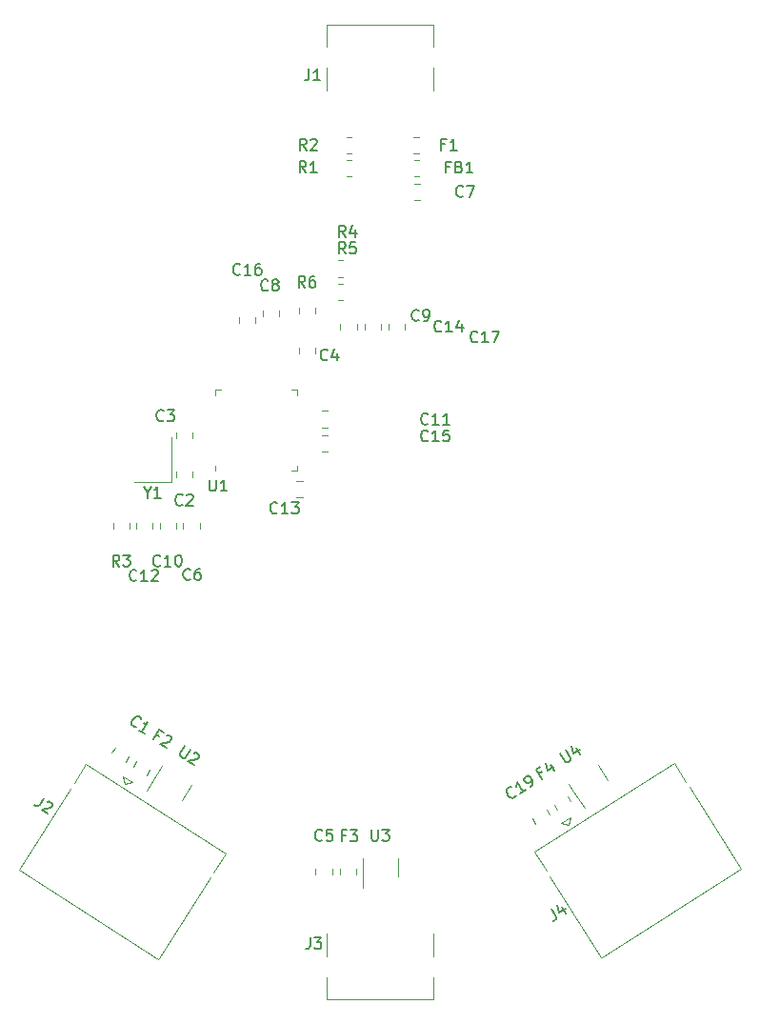
<source format=gbr>
%TF.GenerationSoftware,KiCad,Pcbnew,(6.0.8)*%
%TF.CreationDate,2022-12-04T22:26:40-08:00*%
%TF.ProjectId,Anduril USB Hub,416e6475-7269-46c2-9055-534220487562,rev?*%
%TF.SameCoordinates,Original*%
%TF.FileFunction,Legend,Top*%
%TF.FilePolarity,Positive*%
%FSLAX46Y46*%
G04 Gerber Fmt 4.6, Leading zero omitted, Abs format (unit mm)*
G04 Created by KiCad (PCBNEW (6.0.8)) date 2022-12-04 22:26:40*
%MOMM*%
%LPD*%
G01*
G04 APERTURE LIST*
%ADD10C,0.150000*%
%ADD11C,0.120000*%
G04 APERTURE END LIST*
D10*
%TO.C,C19*%
X124474712Y-98171618D02*
X124460136Y-98237365D01*
X124365237Y-98354283D01*
X124284914Y-98405455D01*
X124138844Y-98442050D01*
X124007350Y-98412899D01*
X123916017Y-98358161D01*
X123773513Y-98223101D01*
X123696756Y-98102617D01*
X123634574Y-97916385D01*
X123623564Y-97810476D01*
X123652716Y-97678982D01*
X123747615Y-97562063D01*
X123827938Y-97510892D01*
X123974008Y-97474296D01*
X124039755Y-97488872D01*
X125329113Y-97740227D02*
X124847175Y-98047255D01*
X125088144Y-97893741D02*
X124550845Y-97050349D01*
X124547279Y-97222005D01*
X124518127Y-97353500D01*
X124463390Y-97444833D01*
X125730728Y-97484370D02*
X125891374Y-97382027D01*
X125946112Y-97290694D01*
X125960687Y-97224947D01*
X125964253Y-97053291D01*
X125902072Y-96867059D01*
X125697386Y-96545767D01*
X125606054Y-96491030D01*
X125540306Y-96476454D01*
X125434398Y-96487464D01*
X125273752Y-96589807D01*
X125219014Y-96681140D01*
X125204439Y-96746887D01*
X125215448Y-96852796D01*
X125343377Y-97053603D01*
X125434710Y-97108340D01*
X125500457Y-97122916D01*
X125606366Y-97111906D01*
X125767012Y-97009564D01*
X125821749Y-96918231D01*
X125836325Y-96852484D01*
X125825315Y-96746575D01*
%TO.C,J4*%
X127624634Y-108317242D02*
X128008419Y-108919665D01*
X128045015Y-109065735D01*
X128015863Y-109197229D01*
X127920964Y-109314148D01*
X127840641Y-109365319D01*
X128566802Y-108112244D02*
X128925002Y-108674505D01*
X128161309Y-107918881D02*
X128344287Y-108649232D01*
X128866386Y-108316618D01*
%TO.C,C6*%
X95521675Y-78963521D02*
X95474056Y-79011140D01*
X95331199Y-79058759D01*
X95235961Y-79058759D01*
X95093103Y-79011140D01*
X94997865Y-78915902D01*
X94950246Y-78820664D01*
X94902627Y-78630188D01*
X94902627Y-78487331D01*
X94950246Y-78296855D01*
X94997865Y-78201617D01*
X95093103Y-78106379D01*
X95235961Y-78058759D01*
X95331199Y-78058759D01*
X95474056Y-78106379D01*
X95521675Y-78153998D01*
X96378818Y-78058759D02*
X96188342Y-78058759D01*
X96093103Y-78106379D01*
X96045484Y-78153998D01*
X95950246Y-78296855D01*
X95902627Y-78487331D01*
X95902627Y-78868283D01*
X95950246Y-78963521D01*
X95997865Y-79011140D01*
X96093103Y-79058759D01*
X96283580Y-79058759D01*
X96378818Y-79011140D01*
X96426437Y-78963521D01*
X96474056Y-78868283D01*
X96474056Y-78630188D01*
X96426437Y-78534950D01*
X96378818Y-78487331D01*
X96283580Y-78439712D01*
X96093103Y-78439712D01*
X95997865Y-78487331D01*
X95950246Y-78534950D01*
X95902627Y-78630188D01*
%TO.C,U4*%
X128413180Y-94497514D02*
X128848137Y-95180260D01*
X128939470Y-95234997D01*
X129005217Y-95249573D01*
X129111126Y-95238563D01*
X129271772Y-95136220D01*
X129326509Y-95044887D01*
X129341085Y-94979140D01*
X129330075Y-94873232D01*
X128895118Y-94190486D01*
X129837286Y-93985488D02*
X130195486Y-94547749D01*
X129431793Y-93792125D02*
X129614771Y-94522476D01*
X130136871Y-94189862D01*
%TO.C,F3*%
X109316666Y-101778571D02*
X108983333Y-101778571D01*
X108983333Y-102302380D02*
X108983333Y-101302380D01*
X109459523Y-101302380D01*
X109745238Y-101302380D02*
X110364285Y-101302380D01*
X110030952Y-101683333D01*
X110173809Y-101683333D01*
X110269047Y-101730952D01*
X110316666Y-101778571D01*
X110364285Y-101873809D01*
X110364285Y-102111904D01*
X110316666Y-102207142D01*
X110269047Y-102254761D01*
X110173809Y-102302380D01*
X109888095Y-102302380D01*
X109792857Y-102254761D01*
X109745238Y-102207142D01*
%TO.C,FB1*%
X118578324Y-42347192D02*
X118244991Y-42347192D01*
X118244991Y-42871001D02*
X118244991Y-41871001D01*
X118721181Y-41871001D01*
X119435467Y-42347192D02*
X119578324Y-42394811D01*
X119625943Y-42442430D01*
X119673562Y-42537668D01*
X119673562Y-42680525D01*
X119625943Y-42775763D01*
X119578324Y-42823382D01*
X119483086Y-42871001D01*
X119102134Y-42871001D01*
X119102134Y-41871001D01*
X119435467Y-41871001D01*
X119530705Y-41918621D01*
X119578324Y-41966240D01*
X119625943Y-42061478D01*
X119625943Y-42156716D01*
X119578324Y-42251954D01*
X119530705Y-42299573D01*
X119435467Y-42347192D01*
X119102134Y-42347192D01*
X120625943Y-42871001D02*
X120054515Y-42871001D01*
X120340229Y-42871001D02*
X120340229Y-41871001D01*
X120244991Y-42013859D01*
X120149753Y-42109097D01*
X120054515Y-42156716D01*
%TO.C,R1*%
X105819991Y-42846001D02*
X105486658Y-42369811D01*
X105248562Y-42846001D02*
X105248562Y-41846001D01*
X105629515Y-41846001D01*
X105724753Y-41893621D01*
X105772372Y-41941240D01*
X105819991Y-42036478D01*
X105819991Y-42179335D01*
X105772372Y-42274573D01*
X105724753Y-42322192D01*
X105629515Y-42369811D01*
X105248562Y-42369811D01*
X106772372Y-42846001D02*
X106200943Y-42846001D01*
X106486658Y-42846001D02*
X106486658Y-41846001D01*
X106391419Y-41988859D01*
X106296181Y-42084097D01*
X106200943Y-42131716D01*
%TO.C,R3*%
X89221675Y-77858759D02*
X88888342Y-77382569D01*
X88650246Y-77858759D02*
X88650246Y-76858759D01*
X89031199Y-76858759D01*
X89126437Y-76906379D01*
X89174056Y-76953998D01*
X89221675Y-77049236D01*
X89221675Y-77192093D01*
X89174056Y-77287331D01*
X89126437Y-77334950D01*
X89031199Y-77382569D01*
X88650246Y-77382569D01*
X89555008Y-76858759D02*
X90174056Y-76858759D01*
X89840722Y-77239712D01*
X89983580Y-77239712D01*
X90078818Y-77287331D01*
X90126437Y-77334950D01*
X90174056Y-77430188D01*
X90174056Y-77668283D01*
X90126437Y-77763521D01*
X90078818Y-77811140D01*
X89983580Y-77858759D01*
X89697865Y-77858759D01*
X89602627Y-77811140D01*
X89555008Y-77763521D01*
%TO.C,C14*%
X117845484Y-56913521D02*
X117797865Y-56961140D01*
X117655008Y-57008759D01*
X117559770Y-57008759D01*
X117416913Y-56961140D01*
X117321675Y-56865902D01*
X117274056Y-56770664D01*
X117226437Y-56580188D01*
X117226437Y-56437331D01*
X117274056Y-56246855D01*
X117321675Y-56151617D01*
X117416913Y-56056379D01*
X117559770Y-56008759D01*
X117655008Y-56008759D01*
X117797865Y-56056379D01*
X117845484Y-56103998D01*
X118797865Y-57008759D02*
X118226437Y-57008759D01*
X118512151Y-57008759D02*
X118512151Y-56008759D01*
X118416913Y-56151617D01*
X118321675Y-56246855D01*
X118226437Y-56294474D01*
X119655008Y-56342093D02*
X119655008Y-57008759D01*
X119416913Y-55961140D02*
X119178818Y-56675426D01*
X119797865Y-56675426D01*
%TO.C,U3*%
X111638095Y-101252380D02*
X111638095Y-102061904D01*
X111685714Y-102157142D01*
X111733333Y-102204761D01*
X111828571Y-102252380D01*
X112019047Y-102252380D01*
X112114285Y-102204761D01*
X112161904Y-102157142D01*
X112209523Y-102061904D01*
X112209523Y-101252380D01*
X112590476Y-101252380D02*
X113209523Y-101252380D01*
X112876190Y-101633333D01*
X113019047Y-101633333D01*
X113114285Y-101680952D01*
X113161904Y-101728571D01*
X113209523Y-101823809D01*
X113209523Y-102061904D01*
X113161904Y-102157142D01*
X113114285Y-102204761D01*
X113019047Y-102252380D01*
X112733333Y-102252380D01*
X112638095Y-102204761D01*
X112590476Y-102157142D01*
%TO.C,F2*%
X92782248Y-92935657D02*
X92501117Y-92756558D01*
X92219674Y-93198334D02*
X92756974Y-92354943D01*
X93158589Y-92610799D01*
X93388548Y-92870222D02*
X93454295Y-92855647D01*
X93560204Y-92866656D01*
X93761011Y-92994585D01*
X93815749Y-93085918D01*
X93830325Y-93151665D01*
X93819315Y-93257574D01*
X93768143Y-93337897D01*
X93651225Y-93432795D01*
X92862258Y-93607705D01*
X93384358Y-93940319D01*
%TO.C,C12*%
X90745484Y-79063521D02*
X90697865Y-79111140D01*
X90555008Y-79158759D01*
X90459770Y-79158759D01*
X90316913Y-79111140D01*
X90221675Y-79015902D01*
X90174056Y-78920664D01*
X90126437Y-78730188D01*
X90126437Y-78587331D01*
X90174056Y-78396855D01*
X90221675Y-78301617D01*
X90316913Y-78206379D01*
X90459770Y-78158759D01*
X90555008Y-78158759D01*
X90697865Y-78206379D01*
X90745484Y-78253998D01*
X91697865Y-79158759D02*
X91126437Y-79158759D01*
X91412151Y-79158759D02*
X91412151Y-78158759D01*
X91316913Y-78301617D01*
X91221675Y-78396855D01*
X91126437Y-78444474D01*
X92078818Y-78253998D02*
X92126437Y-78206379D01*
X92221675Y-78158759D01*
X92459770Y-78158759D01*
X92555008Y-78206379D01*
X92602627Y-78253998D01*
X92650246Y-78349236D01*
X92650246Y-78444474D01*
X92602627Y-78587331D01*
X92031199Y-79158759D01*
X92650246Y-79158759D01*
%TO.C,J3*%
X106166666Y-110852380D02*
X106166666Y-111566666D01*
X106119047Y-111709523D01*
X106023809Y-111804761D01*
X105880952Y-111852380D01*
X105785714Y-111852380D01*
X106547619Y-110852380D02*
X107166666Y-110852380D01*
X106833333Y-111233333D01*
X106976190Y-111233333D01*
X107071428Y-111280952D01*
X107119047Y-111328571D01*
X107166666Y-111423809D01*
X107166666Y-111661904D01*
X107119047Y-111757142D01*
X107071428Y-111804761D01*
X106976190Y-111852380D01*
X106690476Y-111852380D01*
X106595238Y-111804761D01*
X106547619Y-111757142D01*
%TO.C,C13*%
X103245484Y-73063521D02*
X103197865Y-73111140D01*
X103055008Y-73158759D01*
X102959770Y-73158759D01*
X102816913Y-73111140D01*
X102721675Y-73015902D01*
X102674056Y-72920664D01*
X102626437Y-72730188D01*
X102626437Y-72587331D01*
X102674056Y-72396855D01*
X102721675Y-72301617D01*
X102816913Y-72206379D01*
X102959770Y-72158759D01*
X103055008Y-72158759D01*
X103197865Y-72206379D01*
X103245484Y-72253998D01*
X104197865Y-73158759D02*
X103626437Y-73158759D01*
X103912151Y-73158759D02*
X103912151Y-72158759D01*
X103816913Y-72301617D01*
X103721675Y-72396855D01*
X103626437Y-72444474D01*
X104531199Y-72158759D02*
X105150246Y-72158759D01*
X104816913Y-72539712D01*
X104959770Y-72539712D01*
X105055008Y-72587331D01*
X105102627Y-72634950D01*
X105150246Y-72730188D01*
X105150246Y-72968283D01*
X105102627Y-73063521D01*
X105055008Y-73111140D01*
X104959770Y-73158759D01*
X104674056Y-73158759D01*
X104578818Y-73111140D01*
X104531199Y-73063521D01*
%TO.C,U1*%
X97226437Y-70158759D02*
X97226437Y-70968283D01*
X97274056Y-71063521D01*
X97321675Y-71111140D01*
X97416913Y-71158759D01*
X97607389Y-71158759D01*
X97702627Y-71111140D01*
X97750246Y-71063521D01*
X97797865Y-70968283D01*
X97797865Y-70158759D01*
X98797865Y-71158759D02*
X98226437Y-71158759D01*
X98512151Y-71158759D02*
X98512151Y-70158759D01*
X98416913Y-70301617D01*
X98321675Y-70396855D01*
X98226437Y-70444474D01*
%TO.C,C16*%
X99945484Y-51863521D02*
X99897865Y-51911140D01*
X99755008Y-51958759D01*
X99659770Y-51958759D01*
X99516913Y-51911140D01*
X99421675Y-51815902D01*
X99374056Y-51720664D01*
X99326437Y-51530188D01*
X99326437Y-51387331D01*
X99374056Y-51196855D01*
X99421675Y-51101617D01*
X99516913Y-51006379D01*
X99659770Y-50958759D01*
X99755008Y-50958759D01*
X99897865Y-51006379D01*
X99945484Y-51053998D01*
X100897865Y-51958759D02*
X100326437Y-51958759D01*
X100612151Y-51958759D02*
X100612151Y-50958759D01*
X100516913Y-51101617D01*
X100421675Y-51196855D01*
X100326437Y-51244474D01*
X101755008Y-50958759D02*
X101564532Y-50958759D01*
X101469294Y-51006379D01*
X101421675Y-51053998D01*
X101326437Y-51196855D01*
X101278818Y-51387331D01*
X101278818Y-51768283D01*
X101326437Y-51863521D01*
X101374056Y-51911140D01*
X101469294Y-51958759D01*
X101659770Y-51958759D01*
X101755008Y-51911140D01*
X101802627Y-51863521D01*
X101850246Y-51768283D01*
X101850246Y-51530188D01*
X101802627Y-51434950D01*
X101755008Y-51387331D01*
X101659770Y-51339712D01*
X101469294Y-51339712D01*
X101374056Y-51387331D01*
X101326437Y-51434950D01*
X101278818Y-51530188D01*
%TO.C,C9*%
X115833333Y-55957142D02*
X115785714Y-56004761D01*
X115642857Y-56052380D01*
X115547619Y-56052380D01*
X115404761Y-56004761D01*
X115309523Y-55909523D01*
X115261904Y-55814285D01*
X115214285Y-55623809D01*
X115214285Y-55480952D01*
X115261904Y-55290476D01*
X115309523Y-55195238D01*
X115404761Y-55100000D01*
X115547619Y-55052380D01*
X115642857Y-55052380D01*
X115785714Y-55100000D01*
X115833333Y-55147619D01*
X116309523Y-56052380D02*
X116500000Y-56052380D01*
X116595238Y-56004761D01*
X116642857Y-55957142D01*
X116738095Y-55814285D01*
X116785714Y-55623809D01*
X116785714Y-55242857D01*
X116738095Y-55147619D01*
X116690476Y-55100000D01*
X116595238Y-55052380D01*
X116404761Y-55052380D01*
X116309523Y-55100000D01*
X116261904Y-55147619D01*
X116214285Y-55242857D01*
X116214285Y-55480952D01*
X116261904Y-55576190D01*
X116309523Y-55623809D01*
X116404761Y-55671428D01*
X116595238Y-55671428D01*
X116690476Y-55623809D01*
X116738095Y-55576190D01*
X116785714Y-55480952D01*
%TO.C,C3*%
X93133333Y-64857142D02*
X93085714Y-64904761D01*
X92942857Y-64952380D01*
X92847619Y-64952380D01*
X92704761Y-64904761D01*
X92609523Y-64809523D01*
X92561904Y-64714285D01*
X92514285Y-64523809D01*
X92514285Y-64380952D01*
X92561904Y-64190476D01*
X92609523Y-64095238D01*
X92704761Y-64000000D01*
X92847619Y-63952380D01*
X92942857Y-63952380D01*
X93085714Y-64000000D01*
X93133333Y-64047619D01*
X93466666Y-63952380D02*
X94085714Y-63952380D01*
X93752380Y-64333333D01*
X93895238Y-64333333D01*
X93990476Y-64380952D01*
X94038095Y-64428571D01*
X94085714Y-64523809D01*
X94085714Y-64761904D01*
X94038095Y-64857142D01*
X93990476Y-64904761D01*
X93895238Y-64952380D01*
X93609523Y-64952380D01*
X93514285Y-64904761D01*
X93466666Y-64857142D01*
%TO.C,C15*%
X116657142Y-66657142D02*
X116609523Y-66704761D01*
X116466666Y-66752380D01*
X116371428Y-66752380D01*
X116228571Y-66704761D01*
X116133333Y-66609523D01*
X116085714Y-66514285D01*
X116038095Y-66323809D01*
X116038095Y-66180952D01*
X116085714Y-65990476D01*
X116133333Y-65895238D01*
X116228571Y-65800000D01*
X116371428Y-65752380D01*
X116466666Y-65752380D01*
X116609523Y-65800000D01*
X116657142Y-65847619D01*
X117609523Y-66752380D02*
X117038095Y-66752380D01*
X117323809Y-66752380D02*
X117323809Y-65752380D01*
X117228571Y-65895238D01*
X117133333Y-65990476D01*
X117038095Y-66038095D01*
X118514285Y-65752380D02*
X118038095Y-65752380D01*
X117990476Y-66228571D01*
X118038095Y-66180952D01*
X118133333Y-66133333D01*
X118371428Y-66133333D01*
X118466666Y-66180952D01*
X118514285Y-66228571D01*
X118561904Y-66323809D01*
X118561904Y-66561904D01*
X118514285Y-66657142D01*
X118466666Y-66704761D01*
X118371428Y-66752380D01*
X118133333Y-66752380D01*
X118038095Y-66704761D01*
X117990476Y-66657142D01*
%TO.C,J2*%
X82513105Y-98459042D02*
X82129319Y-99061465D01*
X82012400Y-99156364D01*
X81880906Y-99185515D01*
X81734836Y-99148920D01*
X81654513Y-99097748D01*
X82823387Y-98769637D02*
X82889134Y-98755061D01*
X82995042Y-98766071D01*
X83195850Y-98893999D01*
X83250587Y-98985332D01*
X83265163Y-99051079D01*
X83254153Y-99156988D01*
X83202982Y-99237311D01*
X83086063Y-99332210D01*
X82297097Y-99507119D01*
X82819196Y-99839733D01*
%TO.C,C4*%
X107721675Y-59463521D02*
X107674056Y-59511140D01*
X107531199Y-59558759D01*
X107435961Y-59558759D01*
X107293103Y-59511140D01*
X107197865Y-59415902D01*
X107150246Y-59320664D01*
X107102627Y-59130188D01*
X107102627Y-58987331D01*
X107150246Y-58796855D01*
X107197865Y-58701617D01*
X107293103Y-58606379D01*
X107435961Y-58558759D01*
X107531199Y-58558759D01*
X107674056Y-58606379D01*
X107721675Y-58653998D01*
X108578818Y-58892093D02*
X108578818Y-59558759D01*
X108340722Y-58511140D02*
X108102627Y-59225426D01*
X108721675Y-59225426D01*
%TO.C,F1*%
X118166666Y-40328571D02*
X117833333Y-40328571D01*
X117833333Y-40852380D02*
X117833333Y-39852380D01*
X118309523Y-39852380D01*
X119214285Y-40852380D02*
X118642857Y-40852380D01*
X118928571Y-40852380D02*
X118928571Y-39852380D01*
X118833333Y-39995238D01*
X118738095Y-40090476D01*
X118642857Y-40138095D01*
%TO.C,J1*%
X106066666Y-33652380D02*
X106066666Y-34366666D01*
X106019047Y-34509523D01*
X105923809Y-34604761D01*
X105780952Y-34652380D01*
X105685714Y-34652380D01*
X107066666Y-34652380D02*
X106495238Y-34652380D01*
X106780952Y-34652380D02*
X106780952Y-33652380D01*
X106685714Y-33795238D01*
X106590476Y-33890476D01*
X106495238Y-33938095D01*
%TO.C,Y1*%
X91712151Y-71282569D02*
X91712151Y-71758759D01*
X91378818Y-70758759D02*
X91712151Y-71282569D01*
X92045484Y-70758759D01*
X92902627Y-71758759D02*
X92331199Y-71758759D01*
X92616913Y-71758759D02*
X92616913Y-70758759D01*
X92521675Y-70901617D01*
X92426437Y-70996855D01*
X92331199Y-71044474D01*
%TO.C,C8*%
X102421675Y-53263521D02*
X102374056Y-53311140D01*
X102231199Y-53358759D01*
X102135961Y-53358759D01*
X101993103Y-53311140D01*
X101897865Y-53215902D01*
X101850246Y-53120664D01*
X101802627Y-52930188D01*
X101802627Y-52787331D01*
X101850246Y-52596855D01*
X101897865Y-52501617D01*
X101993103Y-52406379D01*
X102135961Y-52358759D01*
X102231199Y-52358759D01*
X102374056Y-52406379D01*
X102421675Y-52453998D01*
X102993103Y-52787331D02*
X102897865Y-52739712D01*
X102850246Y-52692093D01*
X102802627Y-52596855D01*
X102802627Y-52549236D01*
X102850246Y-52453998D01*
X102897865Y-52406379D01*
X102993103Y-52358759D01*
X103183580Y-52358759D01*
X103278818Y-52406379D01*
X103326437Y-52453998D01*
X103374056Y-52549236D01*
X103374056Y-52596855D01*
X103326437Y-52692093D01*
X103278818Y-52739712D01*
X103183580Y-52787331D01*
X102993103Y-52787331D01*
X102897865Y-52834950D01*
X102850246Y-52882569D01*
X102802627Y-52977807D01*
X102802627Y-53168283D01*
X102850246Y-53263521D01*
X102897865Y-53311140D01*
X102993103Y-53358759D01*
X103183580Y-53358759D01*
X103278818Y-53311140D01*
X103326437Y-53263521D01*
X103374056Y-53168283D01*
X103374056Y-52977807D01*
X103326437Y-52882569D01*
X103278818Y-52834950D01*
X103183580Y-52787331D01*
%TO.C,C17*%
X121057142Y-57857142D02*
X121009523Y-57904761D01*
X120866666Y-57952380D01*
X120771428Y-57952380D01*
X120628571Y-57904761D01*
X120533333Y-57809523D01*
X120485714Y-57714285D01*
X120438095Y-57523809D01*
X120438095Y-57380952D01*
X120485714Y-57190476D01*
X120533333Y-57095238D01*
X120628571Y-57000000D01*
X120771428Y-56952380D01*
X120866666Y-56952380D01*
X121009523Y-57000000D01*
X121057142Y-57047619D01*
X122009523Y-57952380D02*
X121438095Y-57952380D01*
X121723809Y-57952380D02*
X121723809Y-56952380D01*
X121628571Y-57095238D01*
X121533333Y-57190476D01*
X121438095Y-57238095D01*
X122342857Y-56952380D02*
X123009523Y-56952380D01*
X122580952Y-57952380D01*
%TO.C,C1*%
X90717542Y-92136662D02*
X90651794Y-92151238D01*
X90505724Y-92114642D01*
X90425401Y-92063471D01*
X90330502Y-91946552D01*
X90301351Y-91815058D01*
X90312361Y-91709149D01*
X90374542Y-91522917D01*
X90451299Y-91402433D01*
X90593803Y-91267372D01*
X90685136Y-91212635D01*
X90816631Y-91183484D01*
X90962701Y-91220079D01*
X91043024Y-91271251D01*
X91137923Y-91388169D01*
X91152498Y-91453916D01*
X91469600Y-92728699D02*
X90987662Y-92421670D01*
X91228631Y-92575185D02*
X91765931Y-91731793D01*
X91608851Y-91801106D01*
X91477356Y-91830258D01*
X91371448Y-91819248D01*
%TO.C,R4*%
X109321675Y-48558759D02*
X108988342Y-48082569D01*
X108750246Y-48558759D02*
X108750246Y-47558759D01*
X109131199Y-47558759D01*
X109226437Y-47606379D01*
X109274056Y-47653998D01*
X109321675Y-47749236D01*
X109321675Y-47892093D01*
X109274056Y-47987331D01*
X109226437Y-48034950D01*
X109131199Y-48082569D01*
X108750246Y-48082569D01*
X110178818Y-47892093D02*
X110178818Y-48558759D01*
X109940722Y-47511140D02*
X109702627Y-48225426D01*
X110321675Y-48225426D01*
%TO.C,C5*%
X107233333Y-102157142D02*
X107185714Y-102204761D01*
X107042857Y-102252380D01*
X106947619Y-102252380D01*
X106804761Y-102204761D01*
X106709523Y-102109523D01*
X106661904Y-102014285D01*
X106614285Y-101823809D01*
X106614285Y-101680952D01*
X106661904Y-101490476D01*
X106709523Y-101395238D01*
X106804761Y-101300000D01*
X106947619Y-101252380D01*
X107042857Y-101252380D01*
X107185714Y-101300000D01*
X107233333Y-101347619D01*
X108138095Y-101252380D02*
X107661904Y-101252380D01*
X107614285Y-101728571D01*
X107661904Y-101680952D01*
X107757142Y-101633333D01*
X107995238Y-101633333D01*
X108090476Y-101680952D01*
X108138095Y-101728571D01*
X108185714Y-101823809D01*
X108185714Y-102061904D01*
X108138095Y-102157142D01*
X108090476Y-102204761D01*
X107995238Y-102252380D01*
X107757142Y-102252380D01*
X107661904Y-102204761D01*
X107614285Y-102157142D01*
%TO.C,U2*%
X95051651Y-93828771D02*
X94616694Y-94511517D01*
X94605684Y-94617425D01*
X94620260Y-94683172D01*
X94674997Y-94774505D01*
X94835643Y-94876848D01*
X94941552Y-94887858D01*
X95007299Y-94873282D01*
X95098632Y-94818545D01*
X95533589Y-94135799D01*
X95843871Y-94446394D02*
X95909618Y-94431818D01*
X96015527Y-94442828D01*
X96216334Y-94570756D01*
X96271072Y-94662089D01*
X96285648Y-94727836D01*
X96274638Y-94833745D01*
X96223466Y-94914068D01*
X96106548Y-95008967D01*
X95317581Y-95183877D01*
X95839681Y-95516491D01*
%TO.C,C7*%
X119769991Y-44925763D02*
X119722372Y-44973382D01*
X119579515Y-45021001D01*
X119484277Y-45021001D01*
X119341419Y-44973382D01*
X119246181Y-44878144D01*
X119198562Y-44782906D01*
X119150943Y-44592430D01*
X119150943Y-44449573D01*
X119198562Y-44259097D01*
X119246181Y-44163859D01*
X119341419Y-44068621D01*
X119484277Y-44021001D01*
X119579515Y-44021001D01*
X119722372Y-44068621D01*
X119769991Y-44116240D01*
X120103324Y-44021001D02*
X120769991Y-44021001D01*
X120341419Y-45021001D01*
%TO.C,C10*%
X92845484Y-77763521D02*
X92797865Y-77811140D01*
X92655008Y-77858759D01*
X92559770Y-77858759D01*
X92416913Y-77811140D01*
X92321675Y-77715902D01*
X92274056Y-77620664D01*
X92226437Y-77430188D01*
X92226437Y-77287331D01*
X92274056Y-77096855D01*
X92321675Y-77001617D01*
X92416913Y-76906379D01*
X92559770Y-76858759D01*
X92655008Y-76858759D01*
X92797865Y-76906379D01*
X92845484Y-76953998D01*
X93797865Y-77858759D02*
X93226437Y-77858759D01*
X93512151Y-77858759D02*
X93512151Y-76858759D01*
X93416913Y-77001617D01*
X93321675Y-77096855D01*
X93226437Y-77144474D01*
X94416913Y-76858759D02*
X94512151Y-76858759D01*
X94607389Y-76906379D01*
X94655008Y-76953998D01*
X94702627Y-77049236D01*
X94750246Y-77239712D01*
X94750246Y-77477807D01*
X94702627Y-77668283D01*
X94655008Y-77763521D01*
X94607389Y-77811140D01*
X94512151Y-77858759D01*
X94416913Y-77858759D01*
X94321675Y-77811140D01*
X94274056Y-77763521D01*
X94226437Y-77668283D01*
X94178818Y-77477807D01*
X94178818Y-77239712D01*
X94226437Y-77049236D01*
X94274056Y-76953998D01*
X94321675Y-76906379D01*
X94416913Y-76858759D01*
%TO.C,C2*%
X94821675Y-72357142D02*
X94774056Y-72404761D01*
X94631199Y-72452380D01*
X94535961Y-72452380D01*
X94393103Y-72404761D01*
X94297865Y-72309523D01*
X94250246Y-72214285D01*
X94202627Y-72023809D01*
X94202627Y-71880952D01*
X94250246Y-71690476D01*
X94297865Y-71595238D01*
X94393103Y-71500000D01*
X94535961Y-71452380D01*
X94631199Y-71452380D01*
X94774056Y-71500000D01*
X94821675Y-71547619D01*
X95202627Y-71547619D02*
X95250246Y-71500000D01*
X95345484Y-71452380D01*
X95583580Y-71452380D01*
X95678818Y-71500000D01*
X95726437Y-71547619D01*
X95774056Y-71642857D01*
X95774056Y-71738095D01*
X95726437Y-71880952D01*
X95155008Y-72452380D01*
X95774056Y-72452380D01*
%TO.C,R6*%
X105721675Y-53058759D02*
X105388342Y-52582569D01*
X105150246Y-53058759D02*
X105150246Y-52058759D01*
X105531199Y-52058759D01*
X105626437Y-52106379D01*
X105674056Y-52153998D01*
X105721675Y-52249236D01*
X105721675Y-52392093D01*
X105674056Y-52487331D01*
X105626437Y-52534950D01*
X105531199Y-52582569D01*
X105150246Y-52582569D01*
X106578818Y-52058759D02*
X106388342Y-52058759D01*
X106293103Y-52106379D01*
X106245484Y-52153998D01*
X106150246Y-52296855D01*
X106102627Y-52487331D01*
X106102627Y-52868283D01*
X106150246Y-52963521D01*
X106197865Y-53011140D01*
X106293103Y-53058759D01*
X106483580Y-53058759D01*
X106578818Y-53011140D01*
X106626437Y-52963521D01*
X106674056Y-52868283D01*
X106674056Y-52630188D01*
X106626437Y-52534950D01*
X106578818Y-52487331D01*
X106483580Y-52439712D01*
X106293103Y-52439712D01*
X106197865Y-52487331D01*
X106150246Y-52534950D01*
X106102627Y-52630188D01*
%TO.C,C11*%
X116657142Y-65157142D02*
X116609523Y-65204761D01*
X116466666Y-65252380D01*
X116371428Y-65252380D01*
X116228571Y-65204761D01*
X116133333Y-65109523D01*
X116085714Y-65014285D01*
X116038095Y-64823809D01*
X116038095Y-64680952D01*
X116085714Y-64490476D01*
X116133333Y-64395238D01*
X116228571Y-64300000D01*
X116371428Y-64252380D01*
X116466666Y-64252380D01*
X116609523Y-64300000D01*
X116657142Y-64347619D01*
X117609523Y-65252380D02*
X117038095Y-65252380D01*
X117323809Y-65252380D02*
X117323809Y-64252380D01*
X117228571Y-64395238D01*
X117133333Y-64490476D01*
X117038095Y-64538095D01*
X118561904Y-65252380D02*
X117990476Y-65252380D01*
X118276190Y-65252380D02*
X118276190Y-64252380D01*
X118180952Y-64395238D01*
X118085714Y-64490476D01*
X117990476Y-64538095D01*
%TO.C,R2*%
X105833333Y-40852380D02*
X105500000Y-40376190D01*
X105261904Y-40852380D02*
X105261904Y-39852380D01*
X105642857Y-39852380D01*
X105738095Y-39900000D01*
X105785714Y-39947619D01*
X105833333Y-40042857D01*
X105833333Y-40185714D01*
X105785714Y-40280952D01*
X105738095Y-40328571D01*
X105642857Y-40376190D01*
X105261904Y-40376190D01*
X106214285Y-39947619D02*
X106261904Y-39900000D01*
X106357142Y-39852380D01*
X106595238Y-39852380D01*
X106690476Y-39900000D01*
X106738095Y-39947619D01*
X106785714Y-40042857D01*
X106785714Y-40138095D01*
X106738095Y-40280952D01*
X106166666Y-40852380D01*
X106785714Y-40852380D01*
%TO.C,R5*%
X109321675Y-50058759D02*
X108988342Y-49582569D01*
X108750246Y-50058759D02*
X108750246Y-49058759D01*
X109131199Y-49058759D01*
X109226437Y-49106379D01*
X109274056Y-49153998D01*
X109321675Y-49249236D01*
X109321675Y-49392093D01*
X109274056Y-49487331D01*
X109226437Y-49534950D01*
X109131199Y-49582569D01*
X108750246Y-49582569D01*
X110226437Y-49058759D02*
X109750246Y-49058759D01*
X109702627Y-49534950D01*
X109750246Y-49487331D01*
X109845484Y-49439712D01*
X110083580Y-49439712D01*
X110178818Y-49487331D01*
X110226437Y-49534950D01*
X110274056Y-49630188D01*
X110274056Y-49868283D01*
X110226437Y-49963521D01*
X110178818Y-50011140D01*
X110083580Y-50058759D01*
X109845484Y-50058759D01*
X109750246Y-50011140D01*
X109702627Y-49963521D01*
%TO.C,F4*%
X126780490Y-96118857D02*
X126499360Y-96297957D01*
X126780803Y-96739733D02*
X126243503Y-95896342D01*
X126645118Y-95640485D01*
X127506963Y-95486659D02*
X127865163Y-96048920D01*
X127101470Y-95293295D02*
X127284448Y-96023646D01*
X127806548Y-95691032D01*
D11*
%TO.C,C19*%
X127179522Y-99484747D02*
X127460263Y-99925422D01*
X125939737Y-100274578D02*
X126220478Y-100715253D01*
%TO.C,J4*%
X126110782Y-103248326D02*
X127174635Y-104918242D01*
X139895618Y-97489924D02*
X144484156Y-104692487D01*
X132085553Y-112626839D02*
X144500275Y-104717789D01*
X126110782Y-103248326D02*
X138525504Y-95339276D01*
X128471753Y-100700815D02*
X129162099Y-100853861D01*
X129162099Y-100853861D02*
X129315145Y-100163516D01*
X127480896Y-105398975D02*
X132069434Y-112601538D01*
X129315145Y-100163516D02*
X128471753Y-100700815D01*
X139589357Y-97009191D02*
X138525504Y-95339276D01*
%TO.C,C6*%
X94903342Y-73995127D02*
X94903342Y-74517631D01*
X96373342Y-73995127D02*
X96373342Y-74517631D01*
%TO.C,U4*%
X132215691Y-96161813D02*
X131785851Y-95487099D01*
X129584309Y-97838187D02*
X129154470Y-97163474D01*
X132215691Y-96161813D02*
X132645530Y-96836526D01*
X129584309Y-97838187D02*
X130551449Y-99356292D01*
%TO.C,F3*%
X108840000Y-105258578D02*
X108840000Y-104741422D01*
X110260000Y-105258578D02*
X110260000Y-104741422D01*
%TO.C,FB1*%
X115877064Y-43210000D02*
X115422936Y-43210000D01*
X115877064Y-41740000D02*
X115422936Y-41740000D01*
%TO.C,R1*%
X109397936Y-43185000D02*
X109852064Y-43185000D01*
X109397936Y-41715000D02*
X109852064Y-41715000D01*
%TO.C,R3*%
X88653342Y-74029315D02*
X88653342Y-74483443D01*
X90123342Y-74029315D02*
X90123342Y-74483443D01*
%TO.C,C14*%
X112473342Y-56817631D02*
X112473342Y-56295127D01*
X111003342Y-56817631D02*
X111003342Y-56295127D01*
%TO.C,U3*%
X110840000Y-104600000D02*
X110840000Y-103800000D01*
X113960000Y-104600000D02*
X113960000Y-105400000D01*
X110840000Y-104600000D02*
X110840000Y-106400000D01*
X113960000Y-104600000D02*
X113960000Y-103800000D01*
%TO.C,F2*%
X90462258Y-95636600D02*
X90740126Y-95200435D01*
X91659874Y-96399565D02*
X91937742Y-95963400D01*
%TO.C,C12*%
X90703342Y-73995127D02*
X90703342Y-74517631D01*
X92173342Y-73995127D02*
X92173342Y-74517631D01*
%TO.C,J3*%
X107688342Y-110506379D02*
X107688342Y-112506379D01*
X117088342Y-114406379D02*
X117088342Y-116306379D01*
X107688342Y-116306379D02*
X117088342Y-116306379D01*
X107688342Y-114406379D02*
X107688342Y-116306379D01*
X117088342Y-110506379D02*
X117088342Y-112506379D01*
%TO.C,C13*%
X104977090Y-71716379D02*
X105499594Y-71716379D01*
X104977090Y-70246379D02*
X105499594Y-70246379D01*
%TO.C,U1*%
X104998342Y-68891379D02*
X104998342Y-69366379D01*
X104998342Y-62146379D02*
X104523342Y-62146379D01*
X97778342Y-68891379D02*
X97778342Y-69366379D01*
X104998342Y-69366379D02*
X104523342Y-69366379D01*
X97778342Y-62146379D02*
X98253342Y-62146379D01*
X104998342Y-62621379D02*
X104998342Y-62146379D01*
X97778342Y-62621379D02*
X97778342Y-62146379D01*
%TO.C,C16*%
X101323342Y-56217631D02*
X101323342Y-55695127D01*
X99853342Y-56217631D02*
X99853342Y-55695127D01*
%TO.C,C9*%
X110323342Y-56817631D02*
X110323342Y-56295127D01*
X108853342Y-56817631D02*
X108853342Y-56295127D01*
%TO.C,C3*%
X95723342Y-66467631D02*
X95723342Y-65945127D01*
X94253342Y-66467631D02*
X94253342Y-65945127D01*
%TO.C,C15*%
X107227090Y-66171379D02*
X107749594Y-66171379D01*
X107227090Y-67641379D02*
X107749594Y-67641379D01*
%TO.C,J2*%
X97295790Y-105515040D02*
X92707251Y-112717603D01*
X97602051Y-105034307D02*
X98665904Y-103364391D01*
X86251182Y-95455341D02*
X85187329Y-97125256D01*
X89557801Y-96518483D02*
X89710847Y-97208829D01*
X90401192Y-97055783D02*
X89557801Y-96518483D01*
X80276410Y-104833854D02*
X92691132Y-112742904D01*
X89710847Y-97208829D02*
X90401192Y-97055783D01*
X86251182Y-95455341D02*
X98665904Y-103364391D01*
X84881068Y-97605989D02*
X80292529Y-104808552D01*
%TO.C,C4*%
X106623342Y-58445127D02*
X106623342Y-58967631D01*
X105153342Y-58445127D02*
X105153342Y-58967631D01*
%TO.C,F1*%
X115379764Y-41116379D02*
X115896920Y-41116379D01*
X115379764Y-39696379D02*
X115896920Y-39696379D01*
%TO.C,J1*%
X107688342Y-35556379D02*
X107688342Y-33556379D01*
X117088342Y-35556379D02*
X117088342Y-33556379D01*
X117088342Y-29756379D02*
X107688342Y-29756379D01*
X107688342Y-31656379D02*
X107688342Y-29756379D01*
X117088342Y-31656379D02*
X117088342Y-29756379D01*
%TO.C,Y1*%
X90513342Y-70356379D02*
X93813342Y-70356379D01*
X93813342Y-70356379D02*
X93813342Y-66356379D01*
%TO.C,C8*%
X103423342Y-55617631D02*
X103423342Y-55095127D01*
X101953342Y-55617631D02*
X101953342Y-55095127D01*
%TO.C,C17*%
X114623342Y-56817631D02*
X114623342Y-56295127D01*
X113153342Y-56817631D02*
X113153342Y-56295127D01*
%TO.C,C1*%
X88820478Y-93984747D02*
X88539737Y-94425422D01*
X90060263Y-94774578D02*
X89779522Y-95215253D01*
%TO.C,R4*%
X108661278Y-52141379D02*
X109115406Y-52141379D01*
X108661278Y-50671379D02*
X109115406Y-50671379D01*
%TO.C,C5*%
X108135000Y-104738748D02*
X108135000Y-105261252D01*
X106665000Y-104738748D02*
X106665000Y-105261252D01*
%TO.C,U2*%
X92584309Y-96261813D02*
X91617170Y-97779917D01*
X95215691Y-97938187D02*
X95645530Y-97263474D01*
X95215691Y-97938187D02*
X94785851Y-98612901D01*
X92584309Y-96261813D02*
X93014149Y-95587099D01*
%TO.C,C7*%
X115413748Y-43840000D02*
X115936252Y-43840000D01*
X115413748Y-45310000D02*
X115936252Y-45310000D01*
%TO.C,C10*%
X94273342Y-73995127D02*
X94273342Y-74517631D01*
X92803342Y-73995127D02*
X92803342Y-74517631D01*
%TO.C,C2*%
X95723342Y-69942631D02*
X95723342Y-69420127D01*
X94253342Y-69942631D02*
X94253342Y-69420127D01*
%TO.C,R6*%
X105153342Y-54879315D02*
X105153342Y-55333443D01*
X106623342Y-54879315D02*
X106623342Y-55333443D01*
%TO.C,C11*%
X107227090Y-65491379D02*
X107749594Y-65491379D01*
X107227090Y-64021379D02*
X107749594Y-64021379D01*
%TO.C,R2*%
X109865406Y-41141379D02*
X109411278Y-41141379D01*
X109865406Y-39671379D02*
X109411278Y-39671379D01*
%TO.C,R5*%
X108661278Y-54191379D02*
X109115406Y-54191379D01*
X108661278Y-52721379D02*
X109115406Y-52721379D01*
%TO.C,F4*%
X128140126Y-99499565D02*
X127862258Y-99063400D01*
X129337742Y-98736600D02*
X129059874Y-98300435D01*
%TD*%
M02*

</source>
